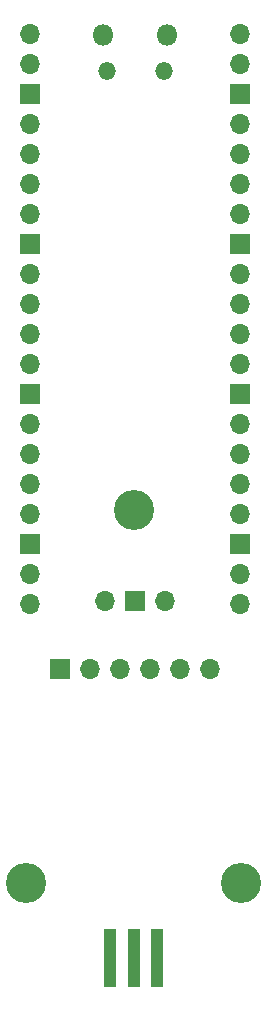
<source format=gbr>
%TF.GenerationSoftware,KiCad,Pcbnew,8.0.6-8.0.6-0~ubuntu22.04.1*%
%TF.CreationDate,2024-11-07T23:47:04-08:00*%
%TF.ProjectId,gbvideo_breakout,67627669-6465-46f5-9f62-7265616b6f75,rev?*%
%TF.SameCoordinates,Original*%
%TF.FileFunction,Soldermask,Bot*%
%TF.FilePolarity,Negative*%
%FSLAX46Y46*%
G04 Gerber Fmt 4.6, Leading zero omitted, Abs format (unit mm)*
G04 Created by KiCad (PCBNEW 8.0.6-8.0.6-0~ubuntu22.04.1) date 2024-11-07 23:47:04*
%MOMM*%
%LPD*%
G01*
G04 APERTURE LIST*
%ADD10C,3.400000*%
%ADD11O,1.700000X1.700000*%
%ADD12R,1.700000X1.700000*%
%ADD13O,1.500000X1.500000*%
%ADD14O,1.800000X1.800000*%
%ADD15R,1.000000X5.000000*%
G04 APERTURE END LIST*
D10*
%TO.C,*%
X145344000Y-87757000D03*
%TD*%
%TO.C,*%
X154450000Y-119350000D03*
%TD*%
%TO.C,REF\u002A\u002A*%
X136250000Y-119370000D03*
%TD*%
D11*
%TO.C,U3*%
X148005481Y-95451800D03*
D12*
X145465481Y-95451800D03*
D11*
X142925481Y-95451800D03*
X154355481Y-47421800D03*
X154355481Y-49961800D03*
D12*
X154355481Y-52501800D03*
D11*
X154355481Y-55041800D03*
X154355481Y-57581800D03*
X154355481Y-60121800D03*
X154355481Y-62661800D03*
D12*
X154355481Y-65201800D03*
D11*
X154355481Y-67741800D03*
X154355481Y-70281800D03*
X154355481Y-72821800D03*
X154355481Y-75361800D03*
D12*
X154355481Y-77901800D03*
D11*
X154355481Y-80441800D03*
X154355481Y-82981800D03*
X154355481Y-85521800D03*
X154355481Y-88061800D03*
D12*
X154355481Y-90601800D03*
D11*
X154355481Y-93141800D03*
X154355481Y-95681800D03*
X136575481Y-95681800D03*
X136575481Y-93141800D03*
D12*
X136575481Y-90601800D03*
D11*
X136575481Y-88061800D03*
X136575481Y-85521800D03*
X136575481Y-82981800D03*
X136575481Y-80441800D03*
D12*
X136575481Y-77901800D03*
D11*
X136575481Y-75361800D03*
X136575481Y-72821800D03*
X136575481Y-70281800D03*
X136575481Y-67741800D03*
D12*
X136575481Y-65201800D03*
D11*
X136575481Y-62661800D03*
X136575481Y-60121800D03*
X136575481Y-57581800D03*
X136575481Y-55041800D03*
D12*
X136575481Y-52501800D03*
D11*
X136575481Y-49961800D03*
X136575481Y-47421800D03*
D13*
X147890481Y-50581800D03*
X143040481Y-50581800D03*
D14*
X142740481Y-47551800D03*
X148190481Y-47551800D03*
%TD*%
D12*
%TO.C,J1*%
X139121600Y-101198000D03*
D11*
X141661600Y-101198000D03*
X144201600Y-101198000D03*
X146741600Y-101198000D03*
X149281600Y-101198000D03*
X151821600Y-101198000D03*
%TD*%
D15*
%TO.C,GB1*%
X147344000Y-125712800D03*
X145344000Y-125712800D03*
X143344000Y-125712800D03*
%TD*%
M02*

</source>
